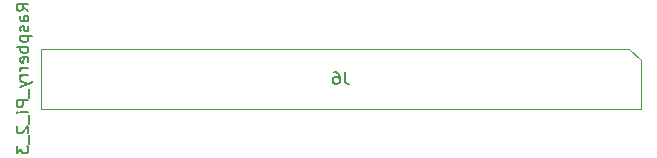
<source format=gbr>
%TF.GenerationSoftware,KiCad,Pcbnew,(5.1.9)-1*%
%TF.CreationDate,2022-08-11T12:06:35+02:00*%
%TF.ProjectId,raspi-shield,72617370-692d-4736-9869-656c642e6b69,rev?*%
%TF.SameCoordinates,Original*%
%TF.FileFunction,Other,Fab,Bot*%
%FSLAX46Y46*%
G04 Gerber Fmt 4.6, Leading zero omitted, Abs format (unit mm)*
G04 Created by KiCad (PCBNEW (5.1.9)-1) date 2022-08-11 12:06:35*
%MOMM*%
%LPD*%
G01*
G04 APERTURE LIST*
%ADD10C,0.100000*%
%ADD11C,0.150000*%
G04 APERTURE END LIST*
D10*
%TO.C,J6*%
X136652000Y-94361000D02*
X136652000Y-90281000D01*
X136652000Y-90281000D02*
X135652000Y-89281000D01*
X135652000Y-89281000D02*
X85852000Y-89281000D01*
X85852000Y-89281000D02*
X85852000Y-94361000D01*
X85852000Y-94361000D02*
X136652000Y-94361000D01*
%TD*%
%TO.C,J6*%
D11*
X84804380Y-86106714D02*
X84328190Y-85773380D01*
X84804380Y-85535285D02*
X83804380Y-85535285D01*
X83804380Y-85916238D01*
X83852000Y-86011476D01*
X83899619Y-86059095D01*
X83994857Y-86106714D01*
X84137714Y-86106714D01*
X84232952Y-86059095D01*
X84280571Y-86011476D01*
X84328190Y-85916238D01*
X84328190Y-85535285D01*
X84804380Y-86963857D02*
X84280571Y-86963857D01*
X84185333Y-86916238D01*
X84137714Y-86821000D01*
X84137714Y-86630523D01*
X84185333Y-86535285D01*
X84756761Y-86963857D02*
X84804380Y-86868619D01*
X84804380Y-86630523D01*
X84756761Y-86535285D01*
X84661523Y-86487666D01*
X84566285Y-86487666D01*
X84471047Y-86535285D01*
X84423428Y-86630523D01*
X84423428Y-86868619D01*
X84375809Y-86963857D01*
X84756761Y-87392428D02*
X84804380Y-87487666D01*
X84804380Y-87678142D01*
X84756761Y-87773380D01*
X84661523Y-87821000D01*
X84613904Y-87821000D01*
X84518666Y-87773380D01*
X84471047Y-87678142D01*
X84471047Y-87535285D01*
X84423428Y-87440047D01*
X84328190Y-87392428D01*
X84280571Y-87392428D01*
X84185333Y-87440047D01*
X84137714Y-87535285D01*
X84137714Y-87678142D01*
X84185333Y-87773380D01*
X84137714Y-88249571D02*
X85137714Y-88249571D01*
X84185333Y-88249571D02*
X84137714Y-88344809D01*
X84137714Y-88535285D01*
X84185333Y-88630523D01*
X84232952Y-88678142D01*
X84328190Y-88725761D01*
X84613904Y-88725761D01*
X84709142Y-88678142D01*
X84756761Y-88630523D01*
X84804380Y-88535285D01*
X84804380Y-88344809D01*
X84756761Y-88249571D01*
X84804380Y-89154333D02*
X83804380Y-89154333D01*
X84185333Y-89154333D02*
X84137714Y-89249571D01*
X84137714Y-89440047D01*
X84185333Y-89535285D01*
X84232952Y-89582904D01*
X84328190Y-89630523D01*
X84613904Y-89630523D01*
X84709142Y-89582904D01*
X84756761Y-89535285D01*
X84804380Y-89440047D01*
X84804380Y-89249571D01*
X84756761Y-89154333D01*
X84756761Y-90440047D02*
X84804380Y-90344809D01*
X84804380Y-90154333D01*
X84756761Y-90059095D01*
X84661523Y-90011476D01*
X84280571Y-90011476D01*
X84185333Y-90059095D01*
X84137714Y-90154333D01*
X84137714Y-90344809D01*
X84185333Y-90440047D01*
X84280571Y-90487666D01*
X84375809Y-90487666D01*
X84471047Y-90011476D01*
X84804380Y-90916238D02*
X84137714Y-90916238D01*
X84328190Y-90916238D02*
X84232952Y-90963857D01*
X84185333Y-91011476D01*
X84137714Y-91106714D01*
X84137714Y-91201952D01*
X84804380Y-91535285D02*
X84137714Y-91535285D01*
X84328190Y-91535285D02*
X84232952Y-91582904D01*
X84185333Y-91630523D01*
X84137714Y-91725761D01*
X84137714Y-91821000D01*
X84137714Y-92059095D02*
X84804380Y-92297190D01*
X84137714Y-92535285D02*
X84804380Y-92297190D01*
X85042476Y-92201952D01*
X85090095Y-92154333D01*
X85137714Y-92059095D01*
X84899619Y-92678142D02*
X84899619Y-93440047D01*
X84804380Y-93678142D02*
X83804380Y-93678142D01*
X83804380Y-94059095D01*
X83852000Y-94154333D01*
X83899619Y-94201952D01*
X83994857Y-94249571D01*
X84137714Y-94249571D01*
X84232952Y-94201952D01*
X84280571Y-94154333D01*
X84328190Y-94059095D01*
X84328190Y-93678142D01*
X84804380Y-94678142D02*
X84137714Y-94678142D01*
X83804380Y-94678142D02*
X83852000Y-94630523D01*
X83899619Y-94678142D01*
X83852000Y-94725761D01*
X83804380Y-94678142D01*
X83899619Y-94678142D01*
X84899619Y-94916238D02*
X84899619Y-95678142D01*
X83899619Y-95868619D02*
X83852000Y-95916238D01*
X83804380Y-96011476D01*
X83804380Y-96249571D01*
X83852000Y-96344809D01*
X83899619Y-96392428D01*
X83994857Y-96440047D01*
X84090095Y-96440047D01*
X84232952Y-96392428D01*
X84804380Y-95821000D01*
X84804380Y-96440047D01*
X84899619Y-96630523D02*
X84899619Y-97392428D01*
X83804380Y-97535285D02*
X83804380Y-98154333D01*
X84185333Y-97821000D01*
X84185333Y-97963857D01*
X84232952Y-98059095D01*
X84280571Y-98106714D01*
X84375809Y-98154333D01*
X84613904Y-98154333D01*
X84709142Y-98106714D01*
X84756761Y-98059095D01*
X84804380Y-97963857D01*
X84804380Y-97678142D01*
X84756761Y-97582904D01*
X84709142Y-97535285D01*
X111585333Y-91273380D02*
X111585333Y-91987666D01*
X111632952Y-92130523D01*
X111728190Y-92225761D01*
X111871047Y-92273380D01*
X111966285Y-92273380D01*
X110680571Y-91273380D02*
X110871047Y-91273380D01*
X110966285Y-91321000D01*
X111013904Y-91368619D01*
X111109142Y-91511476D01*
X111156761Y-91701952D01*
X111156761Y-92082904D01*
X111109142Y-92178142D01*
X111061523Y-92225761D01*
X110966285Y-92273380D01*
X110775809Y-92273380D01*
X110680571Y-92225761D01*
X110632952Y-92178142D01*
X110585333Y-92082904D01*
X110585333Y-91844809D01*
X110632952Y-91749571D01*
X110680571Y-91701952D01*
X110775809Y-91654333D01*
X110966285Y-91654333D01*
X111061523Y-91701952D01*
X111109142Y-91749571D01*
X111156761Y-91844809D01*
%TD*%
M02*

</source>
